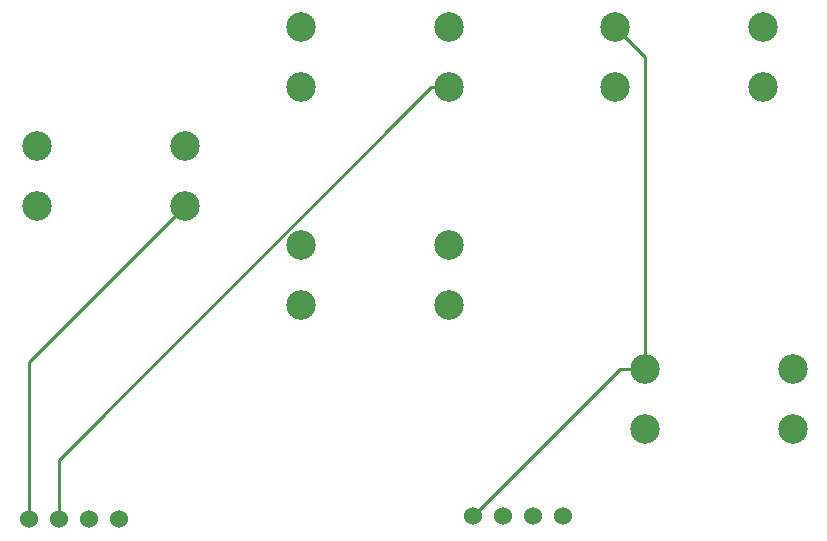
<source format=gbl>
G04 Layer: BottomLayer*
G04 EasyEDA v6.4.19.5, 2021-06-10T14:33:20+08:00*
G04 ed129758da8a4c2b9aaecc33d375d10c,ce7df3decd3943efa2da757d0dc3e78d,10*
G04 Gerber Generator version 0.2*
G04 Scale: 100 percent, Rotated: No, Reflected: No *
G04 Dimensions in millimeters *
G04 leading zeros omitted , absolute positions ,4 integer and 5 decimal *
%FSLAX45Y45*%
%MOMM*%

%ADD11C,0.2600*%
%ADD12C,1.5240*%
%ADD13C,2.5000*%

%LPD*%
D11*
X4752593Y7531100D02*
G01*
X4603750Y7531100D01*
X1447800Y4375150D01*
X1447800Y3873500D01*
X2517393Y6527800D02*
G01*
X1193800Y5204205D01*
X1193800Y3873500D01*
X6410959Y5143500D02*
G01*
X6197600Y5143500D01*
X4953000Y3898900D01*
X6156959Y8039100D02*
G01*
X6410959Y7785100D01*
X6410959Y5143500D01*
D12*
G01*
X4953000Y3898900D03*
G01*
X5207000Y3898900D03*
G01*
X5461000Y3898900D03*
G01*
X5715000Y3898900D03*
G01*
X1193800Y3873500D03*
G01*
X1447800Y3873500D03*
G01*
X1701800Y3873500D03*
G01*
X1955800Y3873500D03*
D13*
G01*
X1267320Y7035787D03*
G01*
X2517305Y7035787D03*
G01*
X2517305Y6527787D03*
G01*
X1267320Y6527787D03*
G01*
X3502520Y6197587D03*
G01*
X4752505Y6197587D03*
G01*
X4752505Y5689587D03*
G01*
X3502520Y5689587D03*
G01*
X3502520Y8039087D03*
G01*
X4752505Y8039087D03*
G01*
X4752505Y7531087D03*
G01*
X3502520Y7531087D03*
G01*
X6156820Y8039087D03*
G01*
X7406805Y8039087D03*
G01*
X7406805Y7531087D03*
G01*
X6156820Y7531087D03*
G01*
X6410820Y5143487D03*
G01*
X7660805Y5143487D03*
G01*
X7660805Y4635487D03*
G01*
X6410820Y4635487D03*
M02*

</source>
